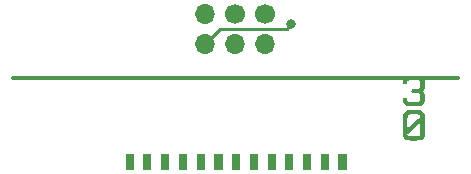
<source format=gbr>
%TF.GenerationSoftware,KiCad,Pcbnew,(6.0.5)*%
%TF.CreationDate,2022-07-13T10:20:42-06:00*%
%TF.ProjectId,modem,6d6f6465-6d2e-46b6-9963-61645f706362,rev?*%
%TF.SameCoordinates,Original*%
%TF.FileFunction,Copper,L1,Top*%
%TF.FilePolarity,Positive*%
%FSLAX46Y46*%
G04 Gerber Fmt 4.6, Leading zero omitted, Abs format (unit mm)*
G04 Created by KiCad (PCBNEW (6.0.5)) date 2022-07-13 10:20:42*
%MOMM*%
%LPD*%
G01*
G04 APERTURE LIST*
%TA.AperFunction,ComponentPad*%
%ADD10O,1.700000X1.700000*%
%TD*%
%TA.AperFunction,ComponentPad*%
%ADD11C,1.700000*%
%TD*%
%TA.AperFunction,ViaPad*%
%ADD12C,0.800000*%
%TD*%
%TA.AperFunction,Conductor*%
%ADD13C,0.254000*%
%TD*%
G04 APERTURE END LIST*
%TO.C,G\u002A\u002A\u002A*%
G36*
X158165296Y-65514904D02*
G01*
X157466213Y-65514904D01*
X157466213Y-64201476D01*
X158165296Y-64201476D01*
X158165296Y-65514904D01*
G37*
G36*
X152170133Y-65514904D02*
G01*
X151471051Y-65514904D01*
X151471051Y-64201476D01*
X152170133Y-64201476D01*
X152170133Y-65514904D01*
G37*
G36*
X146153786Y-65514904D02*
G01*
X145454704Y-65514904D01*
X145454704Y-64201476D01*
X146153786Y-64201476D01*
X146153786Y-65514904D01*
G37*
G36*
X165942617Y-62381598D02*
G01*
X165941235Y-62268332D01*
X165940514Y-62125339D01*
X165940279Y-61980723D01*
X166321259Y-61980723D01*
X166412831Y-61899482D01*
X166452449Y-61864224D01*
X166518615Y-61805216D01*
X166606296Y-61726949D01*
X166710461Y-61633919D01*
X166826075Y-61530618D01*
X166948108Y-61421540D01*
X166963624Y-61407669D01*
X167080746Y-61302095D01*
X167186847Y-61204804D01*
X167277971Y-61119558D01*
X167350158Y-61050119D01*
X167399451Y-61000249D01*
X167421893Y-60973709D01*
X167422844Y-60971187D01*
X167405130Y-60928182D01*
X167360614Y-60881518D01*
X167302239Y-60842221D01*
X167247887Y-60822138D01*
X167202151Y-60817907D01*
X167122990Y-60815080D01*
X167019326Y-60813795D01*
X166900083Y-60814190D01*
X166816603Y-60815450D01*
X166670699Y-60819268D01*
X166561030Y-60825125D01*
X166481469Y-60834554D01*
X166425886Y-60849088D01*
X166388150Y-60870260D01*
X166362134Y-60899602D01*
X166343951Y-60933650D01*
X166336200Y-60972719D01*
X166329906Y-61050514D01*
X166325218Y-61163409D01*
X166322286Y-61307782D01*
X166321259Y-61480008D01*
X166321259Y-61980723D01*
X165940279Y-61980723D01*
X165940226Y-61948252D01*
X165940149Y-61757145D01*
X165940606Y-61511688D01*
X165942143Y-61306670D01*
X165944811Y-61140171D01*
X165948662Y-61010275D01*
X165953748Y-60915061D01*
X165960119Y-60852614D01*
X165965125Y-60828173D01*
X166003081Y-60748948D01*
X166066744Y-60661932D01*
X166144722Y-60579795D01*
X166225624Y-60515209D01*
X166267847Y-60491481D01*
X166299102Y-60479196D01*
X166335772Y-60469782D01*
X166383639Y-60462870D01*
X166448485Y-60458088D01*
X166536093Y-60455067D01*
X166652244Y-60453436D01*
X166802720Y-60452824D01*
X166872052Y-60452782D01*
X167037259Y-60453087D01*
X167165884Y-60454253D01*
X167263709Y-60456653D01*
X167336516Y-60460662D01*
X167390090Y-60466652D01*
X167430212Y-60474997D01*
X167462666Y-60486073D01*
X167475805Y-60491814D01*
X167578554Y-60553239D01*
X167667952Y-60639893D01*
X167732804Y-60727625D01*
X167793570Y-60819412D01*
X167799749Y-61694600D01*
X167801007Y-61951222D01*
X167800846Y-62166685D01*
X167799244Y-62342174D01*
X167796180Y-62478876D01*
X167791632Y-62577977D01*
X167785578Y-62640662D01*
X167782119Y-62658209D01*
X167746214Y-62734925D01*
X167683075Y-62819200D01*
X167603590Y-62900104D01*
X167518648Y-62966708D01*
X167439136Y-63008083D01*
X167430978Y-63010686D01*
X167380738Y-63018830D01*
X167296439Y-63025264D01*
X167185922Y-63029995D01*
X167057026Y-63033030D01*
X166917594Y-63034375D01*
X166775465Y-63034037D01*
X166638481Y-63032022D01*
X166514481Y-63028339D01*
X166411308Y-63022992D01*
X166336800Y-63015990D01*
X166304631Y-63009715D01*
X166223110Y-62968106D01*
X166136823Y-62899094D01*
X166057789Y-62814177D01*
X165998026Y-62724852D01*
X165990055Y-62708789D01*
X165977630Y-62681381D01*
X165967469Y-62654805D01*
X165959343Y-62624694D01*
X165953024Y-62586684D01*
X165948283Y-62536408D01*
X165946791Y-62506994D01*
X166321259Y-62506994D01*
X166333790Y-62533096D01*
X166364980Y-62576255D01*
X166376103Y-62589842D01*
X166430947Y-62655021D01*
X166869940Y-62655021D01*
X167017774Y-62654784D01*
X167129202Y-62653724D01*
X167210185Y-62651311D01*
X167266684Y-62647018D01*
X167304661Y-62640318D01*
X167330078Y-62630681D01*
X167348895Y-62617581D01*
X167355040Y-62612066D01*
X167393294Y-62564233D01*
X167412676Y-62522032D01*
X167415753Y-62487795D01*
X167417991Y-62417947D01*
X167419318Y-62319237D01*
X167419664Y-62198416D01*
X167418958Y-62062235D01*
X167418229Y-61993734D01*
X167412252Y-61512515D01*
X166866756Y-62000919D01*
X166738876Y-62115908D01*
X166621649Y-62222269D01*
X166518689Y-62316648D01*
X166433609Y-62395693D01*
X166370023Y-62456052D01*
X166331543Y-62494373D01*
X166321259Y-62506994D01*
X165946791Y-62506994D01*
X165944890Y-62469501D01*
X165942617Y-62381598D01*
G37*
G36*
X149161960Y-65514904D02*
G01*
X148462877Y-65514904D01*
X148462877Y-64201476D01*
X149161960Y-64201476D01*
X149161960Y-65514904D01*
G37*
G36*
X155178307Y-65514904D02*
G01*
X154479224Y-65514904D01*
X154479224Y-64201476D01*
X155178307Y-64201476D01*
X155178307Y-65514904D01*
G37*
G36*
X159669383Y-65514904D02*
G01*
X158970300Y-65514904D01*
X158970300Y-64201476D01*
X159669383Y-64201476D01*
X159669383Y-65514904D01*
G37*
G36*
X144649700Y-65514904D02*
G01*
X143950617Y-65514904D01*
X143950617Y-64201476D01*
X144649700Y-64201476D01*
X144649700Y-65514904D01*
G37*
G36*
X161173470Y-65514904D02*
G01*
X160474387Y-65514904D01*
X160474387Y-64201476D01*
X161173470Y-64201476D01*
X161173470Y-65514904D01*
G37*
G36*
X150666047Y-65514904D02*
G01*
X149966964Y-65514904D01*
X149966964Y-64201476D01*
X150666047Y-64201476D01*
X150666047Y-65514904D01*
G37*
G36*
X153674220Y-65514904D02*
G01*
X152975138Y-65514904D01*
X152975138Y-64201476D01*
X153674220Y-64201476D01*
X153674220Y-65514904D01*
G37*
G36*
X143166797Y-65514904D02*
G01*
X142467715Y-65514904D01*
X142467715Y-64201476D01*
X143166797Y-64201476D01*
X143166797Y-65514904D01*
G37*
G36*
X156661209Y-65514904D02*
G01*
X155962127Y-65514904D01*
X155962127Y-64201476D01*
X156661209Y-64201476D01*
X156661209Y-65514904D01*
G37*
G36*
X152641617Y-57528430D02*
G01*
X153524533Y-57528473D01*
X154396202Y-57528545D01*
X155255670Y-57528645D01*
X156101987Y-57528771D01*
X156934198Y-57528923D01*
X157751351Y-57529101D01*
X158552495Y-57529304D01*
X159336676Y-57529532D01*
X160102941Y-57529783D01*
X160850338Y-57530056D01*
X161577915Y-57530352D01*
X162284718Y-57530670D01*
X162969796Y-57531009D01*
X163632196Y-57531367D01*
X164270964Y-57531746D01*
X164885149Y-57532143D01*
X165473798Y-57532559D01*
X166035958Y-57532992D01*
X166570676Y-57533443D01*
X167077001Y-57533909D01*
X167553979Y-57534392D01*
X168000659Y-57534889D01*
X168416086Y-57535400D01*
X168799309Y-57535925D01*
X169149375Y-57536463D01*
X169465332Y-57537014D01*
X169746226Y-57537576D01*
X169991106Y-57538149D01*
X170199019Y-57538733D01*
X170369011Y-57539326D01*
X170500132Y-57539928D01*
X170591427Y-57540538D01*
X170641944Y-57541156D01*
X170652504Y-57541574D01*
X170696351Y-57578198D01*
X170728360Y-57640927D01*
X170741988Y-57713828D01*
X170739219Y-57752815D01*
X170734778Y-57778813D01*
X170729952Y-57801267D01*
X170721806Y-57820436D01*
X170707408Y-57836579D01*
X170683824Y-57849954D01*
X170648119Y-57860822D01*
X170597362Y-57869441D01*
X170528617Y-57876071D01*
X170438952Y-57880970D01*
X170325432Y-57884398D01*
X170185125Y-57886615D01*
X170015097Y-57887878D01*
X169812414Y-57888447D01*
X169574142Y-57888583D01*
X169297349Y-57888542D01*
X169202909Y-57888535D01*
X167772385Y-57888521D01*
X167779762Y-58187281D01*
X167782277Y-58342902D01*
X167780472Y-58463595D01*
X167773321Y-58556673D01*
X167759800Y-58629448D01*
X167738884Y-58689234D01*
X167709547Y-58743341D01*
X167699703Y-58758443D01*
X167639724Y-58847750D01*
X167706054Y-58941764D01*
X167731690Y-58979196D01*
X167749845Y-59012335D01*
X167762003Y-59049452D01*
X167769648Y-59098821D01*
X167774263Y-59168715D01*
X167777332Y-59267405D01*
X167779169Y-59349412D01*
X167780182Y-59475808D01*
X167777862Y-59589504D01*
X167772585Y-59681119D01*
X167764725Y-59741270D01*
X167763287Y-59747222D01*
X167715398Y-59855992D01*
X167635938Y-59960715D01*
X167534946Y-60049378D01*
X167483839Y-60081565D01*
X167369883Y-60144679D01*
X166882644Y-60149207D01*
X166709864Y-60150120D01*
X166574032Y-60149112D01*
X166469757Y-60145945D01*
X166391652Y-60140380D01*
X166334329Y-60132180D01*
X166299426Y-60123441D01*
X166179116Y-60065309D01*
X166074265Y-59976296D01*
X165991572Y-59865344D01*
X165937737Y-59741396D01*
X165919431Y-59616207D01*
X165927566Y-59527388D01*
X165954482Y-59467213D01*
X166005968Y-59423998D01*
X166017990Y-59417280D01*
X166099889Y-59394498D01*
X166177916Y-59408859D01*
X166242614Y-59455509D01*
X166284528Y-59529591D01*
X166291484Y-59557732D01*
X166306946Y-59625654D01*
X166329253Y-59677768D01*
X166363696Y-59716136D01*
X166415568Y-59742818D01*
X166490163Y-59759872D01*
X166592772Y-59769359D01*
X166728690Y-59773340D01*
X166847026Y-59773953D01*
X166981073Y-59772527D01*
X167098975Y-59768527D01*
X167193139Y-59762375D01*
X167255970Y-59754488D01*
X167272036Y-59750472D01*
X167324308Y-59723841D01*
X167361099Y-59681985D01*
X167384714Y-59618399D01*
X167397455Y-59526577D01*
X167401625Y-59400012D01*
X167401660Y-59384276D01*
X167400882Y-59282946D01*
X167397364Y-59214155D01*
X167389326Y-59168086D01*
X167374989Y-59134921D01*
X167352573Y-59104844D01*
X167350597Y-59102532D01*
X167327848Y-59077937D01*
X167303920Y-59060915D01*
X167270591Y-59049665D01*
X167219643Y-59042388D01*
X167142856Y-59037280D01*
X167032009Y-59032542D01*
X167030981Y-59032502D01*
X166919832Y-59027759D01*
X166842806Y-59022661D01*
X166791681Y-59015406D01*
X166758237Y-59004193D01*
X166734252Y-58987220D01*
X166711504Y-58962688D01*
X166711318Y-58962471D01*
X166669745Y-58886067D01*
X166662768Y-58802388D01*
X166690965Y-58725022D01*
X166700645Y-58711788D01*
X166720278Y-58690913D01*
X166744810Y-58676325D01*
X166782215Y-58666460D01*
X166840467Y-58659753D01*
X166927540Y-58654639D01*
X167009573Y-58651184D01*
X167278065Y-58640592D01*
X167339862Y-58571409D01*
X167366869Y-58539423D01*
X167384581Y-58509390D01*
X167394957Y-58471687D01*
X167399956Y-58416696D01*
X167401537Y-58334795D01*
X167401660Y-58267903D01*
X167401245Y-58165226D01*
X167398698Y-58095565D01*
X167392064Y-58049564D01*
X167379387Y-58017872D01*
X167358713Y-57991133D01*
X167339736Y-57971656D01*
X167277813Y-57909733D01*
X166423922Y-57909733D01*
X166361998Y-57971656D01*
X166320083Y-58026809D01*
X166300441Y-58080078D01*
X166300075Y-58086545D01*
X166286680Y-58137054D01*
X166253619Y-58194096D01*
X166245231Y-58204688D01*
X166200243Y-58248301D01*
X166150932Y-58266797D01*
X166098478Y-58269866D01*
X166031993Y-58264013D01*
X165987643Y-58241034D01*
X165960402Y-58211609D01*
X165934543Y-58172047D01*
X165922573Y-58128499D01*
X165921675Y-58065952D01*
X165924648Y-58020951D01*
X165935063Y-57888549D01*
X149412340Y-57888549D01*
X148274210Y-57888522D01*
X147175700Y-57888441D01*
X146116911Y-57888306D01*
X145097943Y-57888118D01*
X144118899Y-57887876D01*
X143179878Y-57887581D01*
X142280982Y-57887232D01*
X141422311Y-57886831D01*
X140603968Y-57886376D01*
X139826052Y-57885869D01*
X139088666Y-57885308D01*
X138391909Y-57884696D01*
X137735883Y-57884030D01*
X137120689Y-57883313D01*
X136546428Y-57882543D01*
X136013200Y-57881721D01*
X135521108Y-57880847D01*
X135070252Y-57879921D01*
X134660732Y-57878944D01*
X134292651Y-57877914D01*
X133966108Y-57876834D01*
X133681206Y-57875702D01*
X133438044Y-57874519D01*
X133236725Y-57873285D01*
X133077348Y-57872000D01*
X132960016Y-57870664D01*
X132884828Y-57869277D01*
X132851887Y-57867840D01*
X132850337Y-57867527D01*
X132813631Y-57828793D01*
X132785820Y-57767116D01*
X132773748Y-57701872D01*
X132778469Y-57664050D01*
X132803199Y-57618525D01*
X132835698Y-57576080D01*
X132878603Y-57528415D01*
X151748407Y-57528415D01*
X152641617Y-57528430D01*
G37*
G36*
X147657873Y-65514904D02*
G01*
X146958791Y-65514904D01*
X146958791Y-64201476D01*
X147657873Y-64201476D01*
X147657873Y-65514904D01*
G37*
%TD*%
D10*
%TO.P,X1,6,GPIO2*%
%TO.N,GPIO2*%
X154290000Y-54870000D03*
D11*
%TO.P,X1,5,GPIO1*%
%TO.N,GPIO1*%
X154290000Y-52330000D03*
D10*
%TO.P,X1,4,SCL*%
%TO.N,SCL*%
X151750000Y-54870000D03*
D11*
%TO.P,X1,3,SDA*%
%TO.N,SDA*%
X151750000Y-52330000D03*
D10*
%TO.P,X1,2,GND*%
%TO.N,GND*%
X149210000Y-54870000D03*
%TO.P,X1,1,VCC*%
%TO.N,+3V3*%
X149210000Y-52330000D03*
%TD*%
D12*
%TO.N,GND*%
X156500000Y-53190000D03*
%TD*%
D13*
%TO.N,GND*%
X150480000Y-53600000D02*
X156090000Y-53600000D01*
X156090000Y-53600000D02*
X156500000Y-53190000D01*
X149210000Y-54870000D02*
X150480000Y-53600000D01*
%TD*%
M02*

</source>
